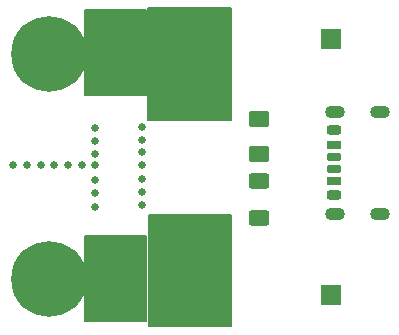
<source format=gbr>
%TF.GenerationSoftware,KiCad,Pcbnew,8.0.1*%
%TF.CreationDate,2024-04-06T17:54:05-05:00*%
%TF.ProjectId,Banana to USB-C Adapter,42616e61-6e61-4207-946f-205553422d43,2*%
%TF.SameCoordinates,Original*%
%TF.FileFunction,Soldermask,Top*%
%TF.FilePolarity,Negative*%
%FSLAX46Y46*%
G04 Gerber Fmt 4.6, Leading zero omitted, Abs format (unit mm)*
G04 Created by KiCad (PCBNEW 8.0.1) date 2024-04-06 17:54:05*
%MOMM*%
%LPD*%
G01*
G04 APERTURE LIST*
G04 Aperture macros list*
%AMRoundRect*
0 Rectangle with rounded corners*
0 $1 Rounding radius*
0 $2 $3 $4 $5 $6 $7 $8 $9 X,Y pos of 4 corners*
0 Add a 4 corners polygon primitive as box body*
4,1,4,$2,$3,$4,$5,$6,$7,$8,$9,$2,$3,0*
0 Add four circle primitives for the rounded corners*
1,1,$1+$1,$2,$3*
1,1,$1+$1,$4,$5*
1,1,$1+$1,$6,$7*
1,1,$1+$1,$8,$9*
0 Add four rect primitives between the rounded corners*
20,1,$1+$1,$2,$3,$4,$5,0*
20,1,$1+$1,$4,$5,$6,$7,0*
20,1,$1+$1,$6,$7,$8,$9,0*
20,1,$1+$1,$8,$9,$2,$3,0*%
G04 Aperture macros list end*
%ADD10C,0.150000*%
%ADD11C,0.635000*%
%ADD12R,1.700000X1.700000*%
%ADD13C,0.800000*%
%ADD14C,6.400000*%
%ADD15RoundRect,0.250000X0.625000X-0.400000X0.625000X0.400000X-0.625000X0.400000X-0.625000X-0.400000X0*%
%ADD16RoundRect,0.175000X0.425000X-0.175000X0.425000X0.175000X-0.425000X0.175000X-0.425000X-0.175000X0*%
%ADD17RoundRect,0.190000X-0.410000X0.190000X-0.410000X-0.190000X0.410000X-0.190000X0.410000X0.190000X0*%
%ADD18RoundRect,0.200000X-0.400000X0.200000X-0.400000X-0.200000X0.400000X-0.200000X0.400000X0.200000X0*%
%ADD19RoundRect,0.175000X-0.425000X0.175000X-0.425000X-0.175000X0.425000X-0.175000X0.425000X0.175000X0*%
%ADD20RoundRect,0.190000X0.410000X-0.190000X0.410000X0.190000X-0.410000X0.190000X-0.410000X-0.190000X0*%
%ADD21RoundRect,0.200000X0.400000X-0.200000X0.400000X0.200000X-0.400000X0.200000X-0.400000X-0.200000X0*%
%ADD22O,1.700000X1.100000*%
%ADD23RoundRect,0.250001X-0.624999X0.462499X-0.624999X-0.462499X0.624999X-0.462499X0.624999X0.462499X0*%
G04 APERTURE END LIST*
D10*
X132020200Y-105377200D02*
X137220000Y-105377200D01*
X137220000Y-112540000D01*
X132020200Y-112540000D01*
X132020200Y-105377200D01*
G36*
X132020200Y-105377200D02*
G01*
X137220000Y-105377200D01*
X137220000Y-112540000D01*
X132020200Y-112540000D01*
X132020200Y-105377200D01*
G37*
X137433800Y-103528400D02*
X144373600Y-103528400D01*
X144373600Y-112972400D01*
X137433800Y-112972400D01*
X137433800Y-103528400D01*
G36*
X137433800Y-103528400D02*
G01*
X144373600Y-103528400D01*
X144373600Y-112972400D01*
X137433800Y-112972400D01*
X137433800Y-103528400D01*
G37*
X132045700Y-86212200D02*
X137245500Y-86212200D01*
X137245500Y-93375000D01*
X132045700Y-93375000D01*
X132045700Y-86212200D01*
G36*
X132045700Y-86212200D02*
G01*
X137245500Y-86212200D01*
X137245500Y-93375000D01*
X132045700Y-93375000D01*
X132045700Y-86212200D01*
G37*
X137384600Y-86058000D02*
X144424400Y-86058000D01*
X144424400Y-95520600D01*
X137384600Y-95520600D01*
X137384600Y-86058000D01*
G36*
X137384600Y-86058000D02*
G01*
X144424400Y-86058000D01*
X144424400Y-95520600D01*
X137384600Y-95520600D01*
X137384600Y-86058000D01*
G37*
D11*
%TO.C,*%
X136890000Y-96122884D03*
%TD*%
%TO.C,REF\u002A\u002A*%
X132891494Y-99346800D03*
%TD*%
D12*
%TO.C,J3*%
X152882600Y-88671400D03*
%TD*%
D11*
%TO.C,REF\u002A\u002A*%
X132891494Y-102853108D03*
%TD*%
D13*
%TO.C,H1*%
X126600138Y-108968250D03*
X127303082Y-107271194D03*
X127303082Y-110665306D03*
X129000138Y-106568250D03*
D14*
X129000138Y-108968250D03*
D13*
X129000138Y-111368250D03*
X130697194Y-107271194D03*
X130697194Y-110665306D03*
X131400138Y-108968250D03*
%TD*%
D11*
%TO.C,REF\u002A\u002A*%
X132891494Y-96228040D03*
%TD*%
%TO.C,REF\u002A\u002A*%
X128300000Y-99290000D03*
%TD*%
%TO.C,REF\u002A\u002A*%
X127138494Y-99290000D03*
%TD*%
%TO.C,REF\u002A\u002A*%
X129461506Y-99290000D03*
%TD*%
D12*
%TO.C,J2*%
X152882600Y-110337600D03*
%TD*%
D11*
%TO.C,REF\u002A\u002A*%
X130623012Y-99290000D03*
%TD*%
D15*
%TO.C,R1*%
X146790000Y-103820000D03*
X146790000Y-100720000D03*
%TD*%
D11*
%TO.C,REF\u002A\u002A*%
X132891494Y-100580156D03*
%TD*%
D16*
%TO.C,J1*%
X153110000Y-99660000D03*
D17*
X153110000Y-97640000D03*
D18*
X153110000Y-96410000D03*
D19*
X153110000Y-98660000D03*
D20*
X153110000Y-100680000D03*
D21*
X153110000Y-101910000D03*
D22*
X153190000Y-103480000D03*
X156990000Y-103480000D03*
X153190000Y-94840000D03*
X156990000Y-94840000D03*
%TD*%
D11*
%TO.C,REF\u002A\u002A*%
X131784518Y-99290000D03*
%TD*%
%TO.C,*%
X136890000Y-102747952D03*
%TD*%
%TO.C,REF\u002A\u002A*%
X125976988Y-99290000D03*
%TD*%
D13*
%TO.C,H2*%
X126600138Y-89918250D03*
X127303082Y-88221194D03*
X127303082Y-91615306D03*
X129000138Y-87518250D03*
D14*
X129000138Y-89918250D03*
D13*
X129000138Y-92318250D03*
X130697194Y-88221194D03*
X130697194Y-91615306D03*
X131400138Y-89918250D03*
%TD*%
D11*
%TO.C,*%
X136890000Y-97194764D03*
%TD*%
%TO.C,REF\u002A\u002A*%
X132891494Y-97299920D03*
%TD*%
%TO.C,*%
X136890000Y-99313124D03*
%TD*%
%TO.C,*%
X136890000Y-101611476D03*
%TD*%
%TO.C,REF\u002A\u002A*%
X132891494Y-101716632D03*
%TD*%
%TO.C,*%
X136890000Y-98266644D03*
%TD*%
%TO.C,REF\u002A\u002A*%
X132891494Y-98371800D03*
%TD*%
%TO.C,*%
X136890000Y-100475000D03*
%TD*%
D23*
%TO.C,D1*%
X146790000Y-95432500D03*
X146790000Y-98407500D03*
%TD*%
M02*

</source>
